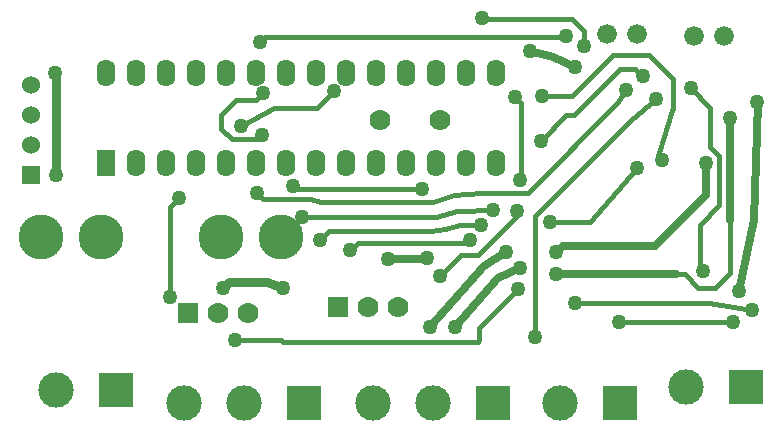
<source format=gtl>
G04 (created by PCBNEW (2013-07-07 BZR 4022)-stable) date 10/09/2014 21:53:45*
%MOIN*%
G04 Gerber Fmt 3.4, Leading zero omitted, Abs format*
%FSLAX34Y34*%
G01*
G70*
G90*
G04 APERTURE LIST*
%ADD10C,0.00393701*%
%ADD11C,0.07*%
%ADD12R,0.07X0.07*%
%ADD13C,0.15*%
%ADD14O,0.062X0.09*%
%ADD15R,0.062X0.09*%
%ADD16R,0.1181X0.1181*%
%ADD17C,0.1181*%
%ADD18R,0.06X0.06*%
%ADD19C,0.06*%
%ADD20C,0.066*%
%ADD21C,0.05*%
%ADD22C,0.025*%
%ADD23C,0.017*%
%ADD24C,0.03*%
G04 APERTURE END LIST*
G54D10*
G54D11*
X68700Y-42500D03*
X67700Y-42500D03*
G54D12*
X66700Y-42500D03*
G54D13*
X56800Y-40150D03*
X58800Y-40150D03*
X62800Y-40150D03*
X64800Y-40150D03*
G54D11*
X68100Y-36250D03*
X70100Y-36250D03*
G54D14*
X59950Y-37700D03*
X60950Y-37700D03*
X61950Y-37700D03*
X62950Y-37700D03*
X63950Y-37700D03*
X64950Y-37700D03*
X65950Y-37700D03*
X66950Y-37700D03*
X67950Y-37700D03*
X68950Y-37700D03*
X69950Y-37700D03*
X70950Y-37700D03*
X71950Y-37700D03*
G54D15*
X58950Y-37700D03*
G54D14*
X71950Y-34700D03*
X70950Y-34700D03*
X69950Y-34700D03*
X68950Y-34700D03*
X67950Y-34700D03*
X66950Y-34700D03*
X65950Y-34700D03*
X64950Y-34700D03*
X63950Y-34700D03*
X62950Y-34700D03*
X61950Y-34700D03*
X60950Y-34700D03*
X59950Y-34700D03*
X58950Y-34700D03*
G54D16*
X59300Y-45250D03*
G54D17*
X57300Y-45250D03*
G54D16*
X71850Y-45700D03*
G54D17*
X69850Y-45700D03*
X67850Y-45700D03*
G54D16*
X65550Y-45700D03*
G54D17*
X63550Y-45700D03*
X61550Y-45700D03*
G54D18*
X56450Y-38100D03*
G54D19*
X56450Y-37100D03*
X56450Y-36100D03*
X56450Y-35100D03*
G54D16*
X80300Y-45150D03*
G54D17*
X78300Y-45150D03*
G54D20*
X78550Y-33450D03*
X79550Y-33450D03*
X75650Y-33400D03*
X76650Y-33400D03*
G54D16*
X76100Y-45700D03*
G54D17*
X74100Y-45700D03*
G54D11*
X63700Y-42700D03*
X62700Y-42700D03*
G54D12*
X61700Y-42700D03*
G54D21*
X68350Y-40900D03*
X69650Y-40850D03*
X79750Y-36200D03*
X73950Y-41400D03*
X72750Y-41200D03*
X70600Y-43150D03*
X71450Y-39750D03*
X66100Y-40250D03*
X64200Y-35350D03*
X64150Y-36750D03*
X78950Y-37700D03*
X73950Y-40650D03*
X72300Y-40650D03*
X69750Y-43150D03*
X80500Y-42600D03*
X74600Y-42350D03*
X63250Y-43600D03*
X72700Y-41900D03*
X65200Y-38450D03*
X69500Y-38550D03*
X64100Y-33650D03*
X74300Y-33450D03*
X61100Y-42150D03*
X61400Y-38850D03*
X76300Y-35250D03*
X64000Y-38700D03*
X70100Y-41450D03*
X72650Y-39300D03*
X72750Y-38250D03*
X72600Y-35500D03*
X73250Y-43500D03*
X77300Y-35550D03*
X74900Y-33800D03*
X71500Y-32850D03*
X73500Y-35450D03*
X77500Y-37600D03*
X73100Y-33950D03*
X74600Y-34500D03*
X80650Y-35650D03*
X80050Y-41950D03*
X63450Y-36450D03*
X66550Y-35300D03*
X65500Y-39500D03*
X71850Y-39250D03*
X73750Y-39650D03*
X76650Y-37850D03*
X78450Y-35200D03*
X76050Y-43000D03*
X79850Y-43000D03*
X78850Y-41300D03*
X73450Y-36950D03*
X76850Y-34800D03*
X67100Y-40600D03*
X71100Y-40250D03*
X64850Y-41850D03*
X62850Y-41850D03*
X57300Y-38100D03*
X57250Y-34700D03*
G54D22*
X69650Y-40850D02*
X69600Y-40900D01*
X69600Y-40900D02*
X68350Y-40900D01*
G54D23*
X77900Y-41400D02*
X78250Y-41400D01*
G54D22*
X79750Y-39600D02*
X79750Y-36200D01*
G54D23*
X79750Y-41350D02*
X79750Y-39600D01*
X79250Y-41850D02*
X79750Y-41350D01*
X78700Y-41850D02*
X79250Y-41850D01*
X78250Y-41400D02*
X78700Y-41850D01*
G54D22*
X74300Y-41400D02*
X77900Y-41400D01*
X77900Y-41400D02*
X77950Y-41400D01*
X73950Y-41400D02*
X74300Y-41400D01*
X72022Y-41540D02*
X72750Y-41200D01*
X70600Y-43150D02*
X72022Y-41540D01*
G54D23*
X70250Y-39900D02*
X70750Y-39750D01*
X70750Y-39750D02*
X71450Y-39750D01*
X66400Y-39950D02*
X69800Y-39950D01*
X66100Y-40250D02*
X66400Y-39950D01*
X69800Y-39950D02*
X70250Y-39900D01*
X64200Y-35350D02*
X63950Y-35600D01*
X63950Y-35600D02*
X63300Y-35600D01*
X63300Y-35600D02*
X62800Y-36100D01*
X62800Y-36100D02*
X62800Y-36550D01*
X62800Y-36550D02*
X63150Y-36900D01*
X63150Y-36900D02*
X64000Y-36900D01*
X64000Y-36900D02*
X64150Y-36750D01*
G54D22*
X78950Y-38750D02*
X78950Y-37700D01*
X77250Y-40450D02*
X78950Y-38750D01*
X74200Y-40450D02*
X77250Y-40450D01*
X73950Y-40650D02*
X74200Y-40450D01*
X71574Y-41132D02*
X72300Y-40650D01*
X69750Y-43150D02*
X71574Y-41132D01*
G54D23*
X80500Y-42600D02*
X79050Y-42350D01*
X79050Y-42350D02*
X74600Y-42350D01*
X64800Y-43600D02*
X63250Y-43600D01*
X64850Y-43650D02*
X64800Y-43600D01*
X71350Y-43650D02*
X64850Y-43650D01*
X71400Y-43600D02*
X71350Y-43650D01*
X71400Y-43200D02*
X71400Y-43600D01*
X72700Y-41900D02*
X71400Y-43200D01*
X65300Y-38550D02*
X69500Y-38550D01*
X65200Y-38450D02*
X65300Y-38550D01*
X74050Y-33500D02*
X74250Y-33500D01*
X64250Y-33500D02*
X72200Y-33500D01*
X64100Y-33650D02*
X64250Y-33500D01*
X74050Y-33500D02*
X72200Y-33500D01*
X74250Y-33500D02*
X74300Y-33450D01*
X61100Y-39150D02*
X61100Y-42150D01*
X61400Y-38850D02*
X61100Y-39150D01*
X76000Y-35700D02*
X76300Y-35250D01*
X73044Y-38700D02*
X76000Y-35700D01*
X64200Y-38900D02*
X65750Y-38900D01*
X65750Y-38900D02*
X66125Y-39000D01*
X66125Y-39000D02*
X69850Y-39000D01*
X69850Y-39000D02*
X70550Y-38750D01*
X70550Y-38750D02*
X71450Y-38700D01*
X71450Y-38700D02*
X73044Y-38700D01*
X64000Y-38700D02*
X64200Y-38900D01*
X71350Y-40750D02*
X72650Y-39450D01*
X72650Y-39450D02*
X72650Y-39300D01*
X70100Y-41450D02*
X70800Y-40750D01*
X70800Y-40750D02*
X71350Y-40750D01*
X72800Y-35700D02*
X72600Y-35500D01*
X72800Y-38200D02*
X72800Y-35700D01*
X72750Y-38250D02*
X72800Y-38200D01*
X73250Y-39450D02*
X73250Y-43500D01*
X76450Y-36250D02*
X73250Y-39450D01*
X77300Y-35550D02*
X76450Y-36250D01*
X77300Y-35550D02*
X77300Y-35550D01*
X74900Y-33800D02*
X74900Y-33800D01*
X74900Y-33300D02*
X74900Y-33800D01*
X74500Y-32900D02*
X74900Y-33300D01*
X71550Y-32900D02*
X74500Y-32900D01*
X71500Y-32850D02*
X71550Y-32900D01*
X76250Y-34100D02*
X77050Y-34100D01*
X76250Y-34100D02*
X75850Y-34100D01*
X75850Y-34100D02*
X75150Y-34800D01*
X75150Y-34800D02*
X75150Y-34800D01*
X75150Y-34800D02*
X74500Y-35450D01*
X73500Y-35450D02*
X74500Y-35450D01*
X77850Y-35900D02*
X77850Y-35819D01*
X77850Y-35818D02*
X77850Y-35900D01*
X77850Y-34900D02*
X77850Y-35818D01*
X77050Y-34100D02*
X77850Y-34900D01*
X77500Y-37600D02*
X77350Y-37450D01*
X77350Y-37450D02*
X77850Y-35819D01*
G54D22*
X73100Y-33950D02*
X73850Y-34150D01*
X73850Y-34150D02*
X74600Y-34500D01*
X80650Y-35650D02*
X80700Y-35700D01*
X80700Y-35700D02*
X80550Y-39600D01*
X80550Y-39600D02*
X80050Y-41950D01*
G54D23*
X64550Y-35850D02*
X63450Y-36450D01*
X66000Y-35850D02*
X64550Y-35850D01*
X66550Y-35300D02*
X66000Y-35850D01*
X71850Y-39250D02*
X70650Y-39300D01*
X70650Y-39300D02*
X69950Y-39500D01*
X69950Y-39500D02*
X65500Y-39500D01*
X75100Y-39650D02*
X73750Y-39650D01*
X76650Y-37850D02*
X75100Y-39650D01*
X78750Y-39750D02*
X78750Y-41200D01*
X78450Y-35200D02*
X79100Y-35850D01*
X79100Y-35850D02*
X79100Y-37150D01*
X79100Y-37150D02*
X79400Y-37450D01*
X79400Y-37450D02*
X79400Y-39100D01*
X79400Y-39100D02*
X78750Y-39750D01*
X79800Y-43000D02*
X76050Y-43000D01*
X79850Y-43000D02*
X79800Y-43000D01*
X78750Y-41200D02*
X78850Y-41300D01*
X75450Y-35200D02*
X75450Y-35200D01*
X73450Y-36950D02*
X74300Y-36100D01*
X74300Y-36100D02*
X74550Y-36100D01*
X74550Y-36100D02*
X75450Y-35200D01*
X76600Y-34550D02*
X76850Y-34800D01*
X76100Y-34550D02*
X76600Y-34550D01*
X75450Y-35200D02*
X76100Y-34550D01*
X67350Y-40350D02*
X67100Y-40600D01*
X71000Y-40350D02*
X67350Y-40350D01*
X71100Y-40250D02*
X71000Y-40350D01*
G54D24*
X64850Y-41850D02*
X64850Y-41850D01*
X64344Y-41666D02*
X64850Y-41850D01*
X63050Y-41650D02*
X64344Y-41666D01*
X62850Y-41850D02*
X63050Y-41650D01*
X57300Y-34750D02*
X57300Y-38100D01*
X57250Y-34700D02*
X57300Y-34750D01*
M02*

</source>
